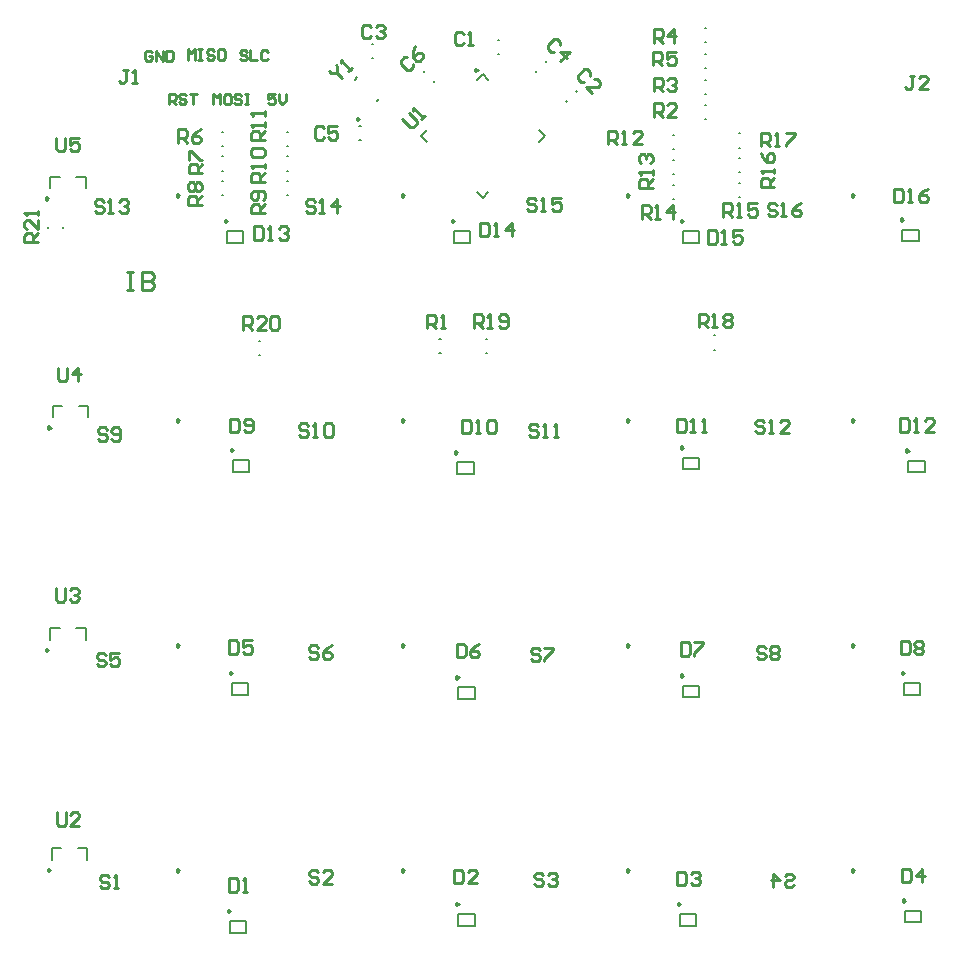
<source format=gto>
G04*
G04 #@! TF.GenerationSoftware,Altium Limited,Altium Designer,20.2.5 (213)*
G04*
G04 Layer_Color=65535*
%FSLAX25Y25*%
%MOIN*%
G70*
G04*
G04 #@! TF.SameCoordinates,1507EDD1-6C34-405B-B7BF-0C5FC60213AE*
G04*
G04*
G04 #@! TF.FilePolarity,Positive*
G04*
G01*
G75*
%ADD10C,0.01000*%
%ADD11C,0.00984*%
%ADD12C,0.00787*%
D10*
X50630Y124862D02*
X49892Y125288D01*
Y124436D01*
X50630Y124862D01*
X125630D02*
X124892Y125288D01*
Y124436D01*
X125630Y124862D01*
X-24370D02*
X-25108Y125288D01*
Y124436D01*
X-24370Y124862D01*
X-99370D02*
X-100108Y125288D01*
Y124436D01*
X-99370Y124862D01*
X125630Y49862D02*
X124892Y50288D01*
Y49436D01*
X125630Y49862D01*
X50630D02*
X49892Y50288D01*
Y49436D01*
X50630Y49862D01*
X-24370D02*
X-25108Y50288D01*
Y49436D01*
X-24370Y49862D01*
X-99370D02*
X-100108Y50288D01*
Y49436D01*
X-99370Y49862D01*
X125630Y-25138D02*
X124892Y-24712D01*
Y-25564D01*
X125630Y-25138D01*
X50630D02*
X49892Y-24712D01*
Y-25564D01*
X50630Y-25138D01*
X-24370D02*
X-25108Y-24712D01*
Y-25564D01*
X-24370Y-25138D01*
X-99370D02*
X-100108Y-24712D01*
Y-25564D01*
X-99370Y-25138D01*
X125630Y-100138D02*
X124892Y-99712D01*
Y-100564D01*
X125630Y-100138D01*
X50630D02*
X49892Y-99712D01*
Y-100564D01*
X50630Y-100138D01*
X-24370D02*
X-25108Y-99712D01*
Y-100564D01*
X-24370Y-100138D01*
X-99370D02*
X-100108Y-99712D01*
Y-100564D01*
X-99370Y-100138D01*
X-4626Y178567D02*
X-5376Y179316D01*
X-6875D01*
X-7625Y178567D01*
Y175567D01*
X-6875Y174818D01*
X-5376D01*
X-4626Y175567D01*
X-3127Y174818D02*
X-1627D01*
X-2377D01*
Y179316D01*
X-3127Y178567D01*
X43589Y141944D02*
Y146442D01*
X45839D01*
X46589Y145692D01*
Y144193D01*
X45839Y143443D01*
X43589D01*
X45089D02*
X46589Y141944D01*
X48088D02*
X49588D01*
X48838D01*
Y146442D01*
X48088Y145692D01*
X54836Y141944D02*
X51837D01*
X54836Y144943D01*
Y145692D01*
X54086Y146442D01*
X52587D01*
X51837Y145692D01*
X-116717Y99124D02*
X-114717D01*
X-115717D01*
Y93126D01*
X-116717D01*
X-114717D01*
X-111718Y99124D02*
Y93126D01*
X-108719D01*
X-107719Y94126D01*
Y95125D01*
X-108719Y96125D01*
X-111718D01*
X-108719D01*
X-107719Y97125D01*
Y98124D01*
X-108719Y99124D01*
X-111718D01*
X-67435Y158633D02*
X-69768D01*
Y156883D01*
X-68601Y157466D01*
X-68018D01*
X-67435Y156883D01*
Y155717D01*
X-68018Y155134D01*
X-69185D01*
X-69768Y155717D01*
X-66269Y158633D02*
Y156300D01*
X-65102Y155134D01*
X-63936Y156300D01*
Y158633D01*
X-76884Y172715D02*
X-77467Y173298D01*
X-78633D01*
X-79216Y172715D01*
Y172132D01*
X-78633Y171549D01*
X-77467D01*
X-76884Y170966D01*
Y170382D01*
X-77467Y169799D01*
X-78633D01*
X-79216Y170382D01*
X-75718Y173298D02*
Y169799D01*
X-73385D01*
X-69886Y172715D02*
X-70469Y173298D01*
X-71636D01*
X-72219Y172715D01*
Y170382D01*
X-71636Y169799D01*
X-70469D01*
X-69886Y170382D01*
X-88075Y155134D02*
Y158633D01*
X-86909Y157466D01*
X-85742Y158633D01*
Y155134D01*
X-82827Y158633D02*
X-83993D01*
X-84576Y158050D01*
Y155717D01*
X-83993Y155134D01*
X-82827D01*
X-82243Y155717D01*
Y158050D01*
X-82827Y158633D01*
X-78745Y158050D02*
X-79328Y158633D01*
X-80494D01*
X-81077Y158050D01*
Y157466D01*
X-80494Y156883D01*
X-79328D01*
X-78745Y156300D01*
Y155717D01*
X-79328Y155134D01*
X-80494D01*
X-81077Y155717D01*
X-77578Y158633D02*
X-76412D01*
X-76995D01*
Y155134D01*
X-77578D01*
X-76412D01*
X-96539Y169996D02*
Y173495D01*
X-95373Y172329D01*
X-94207Y173495D01*
Y169996D01*
X-93041Y173495D02*
X-91874D01*
X-92457D01*
Y169996D01*
X-93041D01*
X-91874D01*
X-87792Y172912D02*
X-88375Y173495D01*
X-89542D01*
X-90125Y172912D01*
Y172329D01*
X-89542Y171746D01*
X-88375D01*
X-87792Y171162D01*
Y170579D01*
X-88375Y169996D01*
X-89542D01*
X-90125Y170579D01*
X-84877Y173495D02*
X-86043D01*
X-86626Y172912D01*
Y170579D01*
X-86043Y169996D01*
X-84877D01*
X-84293Y170579D01*
Y172912D01*
X-84877Y173495D01*
X-108478Y172518D02*
X-109062Y173101D01*
X-110228D01*
X-110811Y172518D01*
Y170185D01*
X-110228Y169602D01*
X-109062D01*
X-108478Y170185D01*
Y171352D01*
X-109645D01*
X-107312Y169602D02*
Y173101D01*
X-104980Y169602D01*
Y173101D01*
X-103813D02*
Y169602D01*
X-102064D01*
X-101481Y170185D01*
Y172518D01*
X-102064Y173101D01*
X-103813D01*
X-102937Y155232D02*
Y158731D01*
X-101188D01*
X-100604Y158148D01*
Y156982D01*
X-101188Y156399D01*
X-102937D01*
X-101771D02*
X-100604Y155232D01*
X-97106Y158148D02*
X-97689Y158731D01*
X-98855D01*
X-99438Y158148D01*
Y157565D01*
X-98855Y156982D01*
X-97689D01*
X-97106Y156399D01*
Y155815D01*
X-97689Y155232D01*
X-98855D01*
X-99438Y155815D01*
X-95939Y158731D02*
X-93607D01*
X-94773D01*
Y155232D01*
X19522Y123350D02*
X18772Y124100D01*
X17272D01*
X16522Y123350D01*
Y122600D01*
X17272Y121850D01*
X18772D01*
X19522Y121101D01*
Y120351D01*
X18772Y119601D01*
X17272D01*
X16522Y120351D01*
X21021Y119601D02*
X22521D01*
X21771D01*
Y124100D01*
X21021Y123350D01*
X27769Y124100D02*
X24770D01*
Y121850D01*
X26269Y122600D01*
X27019D01*
X27769Y121850D01*
Y120351D01*
X27019Y119601D01*
X25520D01*
X24770Y120351D01*
X58653Y168125D02*
Y172623D01*
X60902D01*
X61652Y171873D01*
Y170374D01*
X60902Y169624D01*
X58653D01*
X60152D02*
X61652Y168125D01*
X66150Y172623D02*
X63151D01*
Y170374D01*
X64651Y171124D01*
X65401D01*
X66150Y170374D01*
Y168875D01*
X65401Y168125D01*
X63901D01*
X63151Y168875D01*
X58751Y175704D02*
Y180202D01*
X61001D01*
X61750Y179452D01*
Y177953D01*
X61001Y177203D01*
X58751D01*
X60251D02*
X61750Y175704D01*
X65499D02*
Y180202D01*
X63250Y177953D01*
X66249D01*
X-49380Y166202D02*
X-48850Y165672D01*
X-46730D01*
X-46730Y167793D01*
X-47260Y168323D01*
X-46730Y165672D02*
X-45139Y164082D01*
X-43018Y166202D02*
X-41958Y167262D01*
X-42488Y166732D01*
X-45669Y169913D01*
Y168853D01*
X-140363Y143982D02*
Y140233D01*
X-139613Y139483D01*
X-138114D01*
X-137364Y140233D01*
Y143982D01*
X-132865D02*
X-135864D01*
Y141732D01*
X-134365Y142482D01*
X-133615D01*
X-132865Y141732D01*
Y140233D01*
X-133615Y139483D01*
X-135115D01*
X-135864Y140233D01*
X-139772Y67407D02*
Y63658D01*
X-139023Y62908D01*
X-137523D01*
X-136773Y63658D01*
Y67407D01*
X-133025Y62908D02*
Y67407D01*
X-135274Y65158D01*
X-132275D01*
X-140461Y-6117D02*
Y-9866D01*
X-139712Y-10615D01*
X-138212D01*
X-137462Y-9866D01*
Y-6117D01*
X-135963Y-6867D02*
X-135213Y-6117D01*
X-133714D01*
X-132964Y-6867D01*
Y-7616D01*
X-133714Y-8366D01*
X-134463D01*
X-133714D01*
X-132964Y-9116D01*
Y-9866D01*
X-133714Y-10615D01*
X-135213D01*
X-135963Y-9866D01*
X-140206Y-80822D02*
Y-84570D01*
X-139456Y-85320D01*
X-137957D01*
X-137207Y-84570D01*
Y-80822D01*
X-132708Y-85320D02*
X-135707D01*
X-132708Y-82321D01*
Y-81571D01*
X-133458Y-80822D01*
X-134958D01*
X-135707Y-81571D01*
X-25069Y150257D02*
X-22419Y147606D01*
X-21358D01*
X-20298Y148667D01*
Y149727D01*
X-22949Y152378D01*
X-18708Y150257D02*
X-17647Y151318D01*
X-18177Y150787D01*
X-21358Y153968D01*
Y152908D01*
X99738Y121578D02*
X98988Y122328D01*
X97489D01*
X96739Y121578D01*
Y120828D01*
X97489Y120079D01*
X98988D01*
X99738Y119329D01*
Y118579D01*
X98988Y117830D01*
X97489D01*
X96739Y118579D01*
X101238Y117830D02*
X102737D01*
X101987D01*
Y122328D01*
X101238Y121578D01*
X107985Y122328D02*
X106486Y121578D01*
X104986Y120079D01*
Y118579D01*
X105736Y117830D01*
X107236D01*
X107985Y118579D01*
Y119329D01*
X107236Y120079D01*
X104986D01*
X-54199Y122759D02*
X-54949Y123509D01*
X-56448D01*
X-57198Y122759D01*
Y122010D01*
X-56448Y121260D01*
X-54949D01*
X-54199Y120510D01*
Y119760D01*
X-54949Y119011D01*
X-56448D01*
X-57198Y119760D01*
X-52699Y119011D02*
X-51200D01*
X-51950D01*
Y123509D01*
X-52699Y122759D01*
X-46701Y119011D02*
Y123509D01*
X-48951Y121260D01*
X-45952D01*
X-124671Y122759D02*
X-125421Y123509D01*
X-126921D01*
X-127670Y122759D01*
Y122010D01*
X-126921Y121260D01*
X-125421D01*
X-124671Y120510D01*
Y119760D01*
X-125421Y119011D01*
X-126921D01*
X-127670Y119760D01*
X-123172Y119011D02*
X-121672D01*
X-122422D01*
Y123509D01*
X-123172Y122759D01*
X-119423D02*
X-118673Y123509D01*
X-117174D01*
X-116424Y122759D01*
Y122010D01*
X-117174Y121260D01*
X-117924D01*
X-117174D01*
X-116424Y120510D01*
Y119760D01*
X-117174Y119011D01*
X-118673D01*
X-119423Y119760D01*
X95604Y49334D02*
X94854Y50084D01*
X93355D01*
X92605Y49334D01*
Y48584D01*
X93355Y47835D01*
X94854D01*
X95604Y47085D01*
Y46335D01*
X94854Y45585D01*
X93355D01*
X92605Y46335D01*
X97104Y45585D02*
X98603D01*
X97853D01*
Y50084D01*
X97104Y49334D01*
X103851Y45585D02*
X100853D01*
X103851Y48584D01*
Y49334D01*
X103102Y50084D01*
X101602D01*
X100853Y49334D01*
X20173Y47956D02*
X19423Y48706D01*
X17924D01*
X17174Y47956D01*
Y47207D01*
X17924Y46457D01*
X19423D01*
X20173Y45707D01*
Y44957D01*
X19423Y44207D01*
X17924D01*
X17174Y44957D01*
X21672Y44207D02*
X23172D01*
X22422D01*
Y48706D01*
X21672Y47956D01*
X25421Y44207D02*
X26921D01*
X26171D01*
Y48706D01*
X25421Y47956D01*
X-56463Y48055D02*
X-57213Y48804D01*
X-58712D01*
X-59462Y48055D01*
Y47305D01*
X-58712Y46555D01*
X-57213D01*
X-56463Y45805D01*
Y45056D01*
X-57213Y44306D01*
X-58712D01*
X-59462Y45056D01*
X-54963Y44306D02*
X-53464D01*
X-54214D01*
Y48804D01*
X-54963Y48055D01*
X-51214D02*
X-50465Y48804D01*
X-48965D01*
X-48215Y48055D01*
Y45056D01*
X-48965Y44306D01*
X-50465D01*
X-51214Y45056D01*
Y48055D01*
X-123584Y46775D02*
X-124334Y47525D01*
X-125834D01*
X-126583Y46775D01*
Y46025D01*
X-125834Y45276D01*
X-124334D01*
X-123584Y44526D01*
Y43776D01*
X-124334Y43026D01*
X-125834D01*
X-126583Y43776D01*
X-122085D02*
X-121335Y43026D01*
X-119836D01*
X-119086Y43776D01*
Y46775D01*
X-119836Y47525D01*
X-121335D01*
X-122085Y46775D01*
Y46025D01*
X-121335Y45276D01*
X-119086D01*
X96002Y-26059D02*
X95253Y-25310D01*
X93753D01*
X93003Y-26059D01*
Y-26809D01*
X93753Y-27559D01*
X95253D01*
X96002Y-28309D01*
Y-29059D01*
X95253Y-29808D01*
X93753D01*
X93003Y-29059D01*
X97502Y-26059D02*
X98251Y-25310D01*
X99751D01*
X100501Y-26059D01*
Y-26809D01*
X99751Y-27559D01*
X100501Y-28309D01*
Y-29059D01*
X99751Y-29808D01*
X98251D01*
X97502Y-29059D01*
Y-28309D01*
X98251Y-27559D01*
X97502Y-26809D01*
Y-26059D01*
X98251Y-27559D02*
X99751D01*
X20805Y-26650D02*
X20056Y-25900D01*
X18556D01*
X17806Y-26650D01*
Y-27400D01*
X18556Y-28150D01*
X20056D01*
X20805Y-28899D01*
Y-29649D01*
X20056Y-30399D01*
X18556D01*
X17806Y-29649D01*
X22305Y-25900D02*
X25304D01*
Y-26650D01*
X22305Y-29649D01*
Y-30399D01*
X-53112Y-25961D02*
X-53862Y-25211D01*
X-55361D01*
X-56111Y-25961D01*
Y-26711D01*
X-55361Y-27461D01*
X-53862D01*
X-53112Y-28210D01*
Y-28960D01*
X-53862Y-29710D01*
X-55361D01*
X-56111Y-28960D01*
X-48613Y-25211D02*
X-50113Y-25961D01*
X-51612Y-27461D01*
Y-28960D01*
X-50863Y-29710D01*
X-49363D01*
X-48613Y-28960D01*
Y-28210D01*
X-49363Y-27461D01*
X-51612D01*
X-123978Y-28422D02*
X-124728Y-27672D01*
X-126227D01*
X-126977Y-28422D01*
Y-29171D01*
X-126227Y-29921D01*
X-124728D01*
X-123978Y-30671D01*
Y-31421D01*
X-124728Y-32171D01*
X-126227D01*
X-126977Y-31421D01*
X-119480Y-27672D02*
X-122479D01*
Y-29921D01*
X-120979Y-29171D01*
X-120229D01*
X-119480Y-29921D01*
Y-31421D01*
X-120229Y-32171D01*
X-121729D01*
X-122479Y-31421D01*
X102325Y-102044D02*
X103074Y-101294D01*
X104574D01*
X105324Y-102044D01*
Y-102794D01*
X104574Y-103543D01*
X103074D01*
X102325Y-104293D01*
Y-105043D01*
X103074Y-105793D01*
X104574D01*
X105324Y-105043D01*
X98576Y-105793D02*
Y-101294D01*
X100825Y-103543D01*
X97826D01*
X21986Y-101650D02*
X21237Y-100900D01*
X19737D01*
X18987Y-101650D01*
Y-102400D01*
X19737Y-103150D01*
X21237D01*
X21986Y-103899D01*
Y-104649D01*
X21237Y-105399D01*
X19737D01*
X18987Y-104649D01*
X23486Y-101650D02*
X24236Y-100900D01*
X25735D01*
X26485Y-101650D01*
Y-102400D01*
X25735Y-103150D01*
X24985D01*
X25735D01*
X26485Y-103899D01*
Y-104649D01*
X25735Y-105399D01*
X24236D01*
X23486Y-104649D01*
X-53013Y-100863D02*
X-53763Y-100113D01*
X-55263D01*
X-56013Y-100863D01*
Y-101612D01*
X-55263Y-102362D01*
X-53763D01*
X-53013Y-103112D01*
Y-103862D01*
X-53763Y-104612D01*
X-55263D01*
X-56013Y-103862D01*
X-48515Y-104612D02*
X-51514D01*
X-48515Y-101612D01*
Y-100863D01*
X-49265Y-100113D01*
X-50764D01*
X-51514Y-100863D01*
X-122835Y-102437D02*
X-123584Y-101688D01*
X-125084D01*
X-125834Y-102437D01*
Y-103187D01*
X-125084Y-103937D01*
X-123584D01*
X-122835Y-104687D01*
Y-105437D01*
X-123584Y-106186D01*
X-125084D01*
X-125834Y-105437D01*
X-121335Y-106186D02*
X-119836D01*
X-120585D01*
Y-101688D01*
X-121335Y-102437D01*
X-146570Y109122D02*
X-151068D01*
Y111371D01*
X-150318Y112121D01*
X-148819D01*
X-148069Y111371D01*
Y109122D01*
Y110621D02*
X-146570Y112121D01*
Y116619D02*
Y113620D01*
X-149569Y116619D01*
X-150318D01*
X-151068Y115870D01*
Y114370D01*
X-150318Y113620D01*
X-146570Y118119D02*
Y119618D01*
Y118869D01*
X-151068D01*
X-150318Y118119D01*
X-78144Y80034D02*
Y84533D01*
X-75894D01*
X-75145Y83783D01*
Y82284D01*
X-75894Y81534D01*
X-78144D01*
X-76644D02*
X-75145Y80034D01*
X-70646D02*
X-73645D01*
X-70646Y83033D01*
Y83783D01*
X-71396Y84533D01*
X-72895D01*
X-73645Y83783D01*
X-69147D02*
X-68397Y84533D01*
X-66897D01*
X-66148Y83783D01*
Y80784D01*
X-66897Y80034D01*
X-68397D01*
X-69147Y80784D01*
Y83783D01*
X-1194Y80625D02*
Y85123D01*
X1055D01*
X1805Y84373D01*
Y82874D01*
X1055Y82124D01*
X-1194D01*
X305D02*
X1805Y80625D01*
X3305D02*
X4804D01*
X4054D01*
Y85123D01*
X3305Y84373D01*
X7053Y81375D02*
X7803Y80625D01*
X9303D01*
X10052Y81375D01*
Y84373D01*
X9303Y85123D01*
X7803D01*
X7053Y84373D01*
Y83624D01*
X7803Y82874D01*
X10052D01*
X73707Y80920D02*
Y85419D01*
X75957D01*
X76707Y84669D01*
Y83169D01*
X75957Y82420D01*
X73707D01*
X75207D02*
X76707Y80920D01*
X78206D02*
X79706D01*
X78956D01*
Y85419D01*
X78206Y84669D01*
X81955D02*
X82705Y85419D01*
X84204D01*
X84954Y84669D01*
Y83919D01*
X84204Y83169D01*
X84954Y82420D01*
Y81670D01*
X84204Y80920D01*
X82705D01*
X81955Y81670D01*
Y82420D01*
X82705Y83169D01*
X81955Y83919D01*
Y84669D01*
X82705Y83169D02*
X84204D01*
X94574Y141255D02*
Y145753D01*
X96823D01*
X97573Y145003D01*
Y143504D01*
X96823Y142754D01*
X94574D01*
X96073D02*
X97573Y141255D01*
X99072D02*
X100572D01*
X99822D01*
Y145753D01*
X99072Y145003D01*
X102821Y145753D02*
X105820D01*
Y145003D01*
X102821Y142004D01*
Y141255D01*
X98903Y127645D02*
X94404D01*
Y129894D01*
X95154Y130644D01*
X96653D01*
X97403Y129894D01*
Y127645D01*
Y129144D02*
X98903Y130644D01*
Y132143D02*
Y133643D01*
Y132893D01*
X94404D01*
X95154Y132143D01*
X94404Y138891D02*
X95154Y137391D01*
X96653Y135892D01*
X98153D01*
X98903Y136642D01*
Y138141D01*
X98153Y138891D01*
X97403D01*
X96653Y138141D01*
Y135892D01*
X81975Y117731D02*
Y122230D01*
X84224D01*
X84974Y121480D01*
Y119980D01*
X84224Y119231D01*
X81975D01*
X83475D02*
X84974Y117731D01*
X86474D02*
X87973D01*
X87224D01*
Y122230D01*
X86474Y121480D01*
X93222Y122230D02*
X90223D01*
Y119980D01*
X91722Y120730D01*
X92472D01*
X93222Y119980D01*
Y118481D01*
X92472Y117731D01*
X90972D01*
X90223Y118481D01*
X54712Y117042D02*
Y121541D01*
X56961D01*
X57710Y120791D01*
Y119291D01*
X56961Y118542D01*
X54712D01*
X56211D02*
X57710Y117042D01*
X59210D02*
X60710D01*
X59960D01*
Y121541D01*
X59210Y120791D01*
X65208Y117042D02*
Y121541D01*
X62959Y119291D01*
X65958D01*
X58352Y127251D02*
X53853D01*
Y129500D01*
X54603Y130250D01*
X56102D01*
X56852Y129500D01*
Y127251D01*
Y128750D02*
X58352Y130250D01*
Y131749D02*
Y133249D01*
Y132499D01*
X53853D01*
X54603Y131749D01*
Y135498D02*
X53853Y136248D01*
Y137747D01*
X54603Y138497D01*
X55353D01*
X56102Y137747D01*
Y136998D01*
Y137747D01*
X56852Y138497D01*
X57602D01*
X58352Y137747D01*
Y136248D01*
X57602Y135498D01*
X-70979Y143158D02*
X-75478D01*
Y145407D01*
X-74728Y146157D01*
X-73228D01*
X-72479Y145407D01*
Y143158D01*
Y144658D02*
X-70979Y146157D01*
Y147657D02*
Y149156D01*
Y148406D01*
X-75478D01*
X-74728Y147657D01*
X-70979Y151405D02*
Y152905D01*
Y152155D01*
X-75478D01*
X-74728Y151405D01*
X-70979Y129318D02*
X-75478D01*
Y131567D01*
X-74728Y132317D01*
X-73228D01*
X-72479Y131567D01*
Y129318D01*
Y130817D02*
X-70979Y132317D01*
Y133816D02*
Y135316D01*
Y134566D01*
X-75478D01*
X-74728Y133816D01*
Y137565D02*
X-75478Y138315D01*
Y139814D01*
X-74728Y140564D01*
X-71729D01*
X-70979Y139814D01*
Y138315D01*
X-71729Y137565D01*
X-74728D01*
X-70881Y118791D02*
X-75379D01*
Y121040D01*
X-74629Y121790D01*
X-73130D01*
X-72380Y121040D01*
Y118791D01*
Y120290D02*
X-70881Y121790D01*
X-71630Y123289D02*
X-70881Y124039D01*
Y125538D01*
X-71630Y126288D01*
X-74629D01*
X-75379Y125538D01*
Y124039D01*
X-74629Y123289D01*
X-73880D01*
X-73130Y124039D01*
Y126288D01*
X-91944Y121645D02*
X-96442D01*
Y123894D01*
X-95692Y124644D01*
X-94193D01*
X-93443Y123894D01*
Y121645D01*
Y123144D02*
X-91944Y124644D01*
X-95692Y126144D02*
X-96442Y126893D01*
Y128393D01*
X-95692Y129142D01*
X-94943D01*
X-94193Y128393D01*
X-93443Y129142D01*
X-92693D01*
X-91944Y128393D01*
Y126893D01*
X-92693Y126144D01*
X-93443D01*
X-94193Y126893D01*
X-94943Y126144D01*
X-95692D01*
X-94193Y126893D02*
Y128393D01*
X-91747Y132275D02*
X-96245D01*
Y134524D01*
X-95496Y135274D01*
X-93996D01*
X-93246Y134524D01*
Y132275D01*
Y133774D02*
X-91747Y135274D01*
X-96245Y136773D02*
Y139772D01*
X-95496D01*
X-92497Y136773D01*
X-91747D01*
X-99812Y142337D02*
Y146836D01*
X-97562D01*
X-96813Y146086D01*
Y144587D01*
X-97562Y143837D01*
X-99812D01*
X-98312D02*
X-96813Y142337D01*
X-92314Y146836D02*
X-93814Y146086D01*
X-95313Y144587D01*
Y143087D01*
X-94564Y142337D01*
X-93064D01*
X-92314Y143087D01*
Y143837D01*
X-93064Y144587D01*
X-95313D01*
X58751Y159463D02*
Y163962D01*
X61001D01*
X61750Y163212D01*
Y161713D01*
X61001Y160963D01*
X58751D01*
X60251D02*
X61750Y159463D01*
X63250Y163212D02*
X63999Y163962D01*
X65499D01*
X66249Y163212D01*
Y162462D01*
X65499Y161713D01*
X64749D01*
X65499D01*
X66249Y160963D01*
Y160213D01*
X65499Y159463D01*
X63999D01*
X63250Y160213D01*
X58751Y151097D02*
Y155596D01*
X61001D01*
X61750Y154846D01*
Y153347D01*
X61001Y152597D01*
X58751D01*
X60251D02*
X61750Y151097D01*
X66249D02*
X63250D01*
X66249Y154096D01*
Y154846D01*
X65499Y155596D01*
X63999D01*
X63250Y154846D01*
X-16779Y80526D02*
Y85025D01*
X-14529D01*
X-13780Y84275D01*
Y82776D01*
X-14529Y82026D01*
X-16779D01*
X-15279D02*
X-13780Y80526D01*
X-12280D02*
X-10780D01*
X-11530D01*
Y85025D01*
X-12280Y84275D01*
X138865Y127052D02*
Y122554D01*
X141114D01*
X141864Y123304D01*
Y126303D01*
X141114Y127052D01*
X138865D01*
X143364Y122554D02*
X144863D01*
X144113D01*
Y127052D01*
X143364Y126303D01*
X150111Y127052D02*
X148612Y126303D01*
X147112Y124803D01*
Y123304D01*
X147862Y122554D01*
X149362D01*
X150111Y123304D01*
Y124053D01*
X149362Y124803D01*
X147112D01*
X76759Y113273D02*
Y108774D01*
X79008D01*
X79758Y109524D01*
Y112523D01*
X79008Y113273D01*
X76759D01*
X81257Y108774D02*
X82757D01*
X82007D01*
Y113273D01*
X81257Y112523D01*
X88005Y113273D02*
X85006D01*
Y111024D01*
X86506Y111773D01*
X87255D01*
X88005Y111024D01*
Y109524D01*
X87255Y108774D01*
X85756D01*
X85006Y109524D01*
X873Y115635D02*
Y111137D01*
X3122D01*
X3872Y111886D01*
Y114885D01*
X3122Y115635D01*
X873D01*
X5371Y111137D02*
X6871D01*
X6121D01*
Y115635D01*
X5371Y114885D01*
X11370Y111137D02*
Y115635D01*
X9120Y113386D01*
X12119D01*
X-74397Y114489D02*
Y109990D01*
X-72148D01*
X-71399Y110740D01*
Y113739D01*
X-72148Y114489D01*
X-74397D01*
X-69899Y109990D02*
X-68400D01*
X-69149D01*
Y114489D01*
X-69899Y113739D01*
X-66150D02*
X-65400Y114489D01*
X-63901D01*
X-63151Y113739D01*
Y112989D01*
X-63901Y112239D01*
X-64651D01*
X-63901D01*
X-63151Y111490D01*
Y110740D01*
X-63901Y109990D01*
X-65400D01*
X-66150Y110740D01*
X140932Y50478D02*
Y45979D01*
X143181D01*
X143931Y46729D01*
Y49728D01*
X143181Y50478D01*
X140932D01*
X145431Y45979D02*
X146930D01*
X146180D01*
Y50478D01*
X145431Y49728D01*
X152178Y45979D02*
X149179D01*
X152178Y48978D01*
Y49728D01*
X151429Y50478D01*
X149929D01*
X149179Y49728D01*
X66485Y50379D02*
Y45881D01*
X68734D01*
X69484Y46630D01*
Y49629D01*
X68734Y50379D01*
X66485D01*
X70983Y45881D02*
X72483D01*
X71733D01*
Y50379D01*
X70983Y49629D01*
X74732Y45881D02*
X76232D01*
X75482D01*
Y50379D01*
X74732Y49629D01*
X-5171Y50108D02*
Y45610D01*
X-2922D01*
X-2172Y46359D01*
Y49358D01*
X-2922Y50108D01*
X-5171D01*
X-673Y45610D02*
X827D01*
X77D01*
Y50108D01*
X-673Y49358D01*
X3076D02*
X3826Y50108D01*
X5325D01*
X6075Y49358D01*
Y46359D01*
X5325Y45610D01*
X3826D01*
X3076Y46359D01*
Y49358D01*
X-82489Y50379D02*
Y45881D01*
X-80240D01*
X-79490Y46630D01*
Y49629D01*
X-80240Y50379D01*
X-82489D01*
X-77990Y46630D02*
X-77241Y45881D01*
X-75741D01*
X-74991Y46630D01*
Y49629D01*
X-75741Y50379D01*
X-77241D01*
X-77990Y49629D01*
Y48880D01*
X-77241Y48130D01*
X-74991D01*
X141133Y-23637D02*
Y-28135D01*
X143382D01*
X144132Y-27385D01*
Y-24386D01*
X143382Y-23637D01*
X141133D01*
X145632Y-24386D02*
X146381Y-23637D01*
X147881D01*
X148631Y-24386D01*
Y-25136D01*
X147881Y-25886D01*
X148631Y-26636D01*
Y-27385D01*
X147881Y-28135D01*
X146381D01*
X145632Y-27385D01*
Y-26636D01*
X146381Y-25886D01*
X145632Y-25136D01*
Y-24386D01*
X146381Y-25886D02*
X147881D01*
X67806Y-24129D02*
Y-28627D01*
X70056D01*
X70805Y-27878D01*
Y-24878D01*
X70056Y-24129D01*
X67806D01*
X72305D02*
X75304D01*
Y-24878D01*
X72305Y-27878D01*
Y-28627D01*
X-6997Y-24719D02*
Y-29218D01*
X-4747D01*
X-3998Y-28468D01*
Y-25469D01*
X-4747Y-24719D01*
X-6997D01*
X501D02*
X-999Y-25469D01*
X-2498Y-26969D01*
Y-28468D01*
X-1749Y-29218D01*
X-249D01*
X501Y-28468D01*
Y-27718D01*
X-249Y-26969D01*
X-2498D01*
X-82686Y-23538D02*
Y-28037D01*
X-80436D01*
X-79687Y-27287D01*
Y-24288D01*
X-80436Y-23538D01*
X-82686D01*
X-75188D02*
X-78187D01*
Y-25787D01*
X-76688Y-25038D01*
X-75938D01*
X-75188Y-25787D01*
Y-27287D01*
X-75938Y-28037D01*
X-77438D01*
X-78187Y-27287D01*
X141527Y-99719D02*
Y-104218D01*
X143776D01*
X144526Y-103468D01*
Y-100469D01*
X143776Y-99719D01*
X141527D01*
X148275Y-104218D02*
Y-99719D01*
X146025Y-101969D01*
X149024D01*
X66625Y-100605D02*
Y-105104D01*
X68875D01*
X69624Y-104354D01*
Y-101355D01*
X68875Y-100605D01*
X66625D01*
X71124Y-101355D02*
X71873Y-100605D01*
X73373D01*
X74123Y-101355D01*
Y-102105D01*
X73373Y-102854D01*
X72623D01*
X73373D01*
X74123Y-103604D01*
Y-104354D01*
X73373Y-105104D01*
X71873D01*
X71124Y-104354D01*
X-7686Y-100014D02*
Y-104513D01*
X-5437D01*
X-4687Y-103763D01*
Y-100764D01*
X-5437Y-100014D01*
X-7686D01*
X-188Y-104513D02*
X-3187D01*
X-188Y-101514D01*
Y-100764D01*
X-938Y-100014D01*
X-2437D01*
X-3187Y-100764D01*
X-82822Y-102770D02*
Y-107269D01*
X-80573D01*
X-79823Y-106519D01*
Y-103520D01*
X-80573Y-102770D01*
X-82822D01*
X-78323Y-107269D02*
X-76824D01*
X-77574D01*
Y-102770D01*
X-78323Y-103520D01*
X-23539Y170806D02*
X-24600D01*
X-25660Y169746D01*
Y168685D01*
X-23539Y166565D01*
X-22479D01*
X-21419Y167625D01*
Y168685D01*
X-20888Y174517D02*
X-21419Y172926D01*
Y170806D01*
X-20358Y169746D01*
X-19298D01*
X-18238Y170806D01*
Y171866D01*
X-18768Y172396D01*
X-19828Y172396D01*
X-21419Y170806D01*
X-51242Y147169D02*
X-51992Y147919D01*
X-53491D01*
X-54241Y147169D01*
Y144170D01*
X-53491Y143420D01*
X-51992D01*
X-51242Y144170D01*
X-46743Y147919D02*
X-49742D01*
Y145669D01*
X-48243Y146419D01*
X-47493D01*
X-46743Y145669D01*
Y144170D01*
X-47493Y143420D01*
X-48993D01*
X-49742Y144170D01*
X27597Y174819D02*
Y175879D01*
X26537Y176939D01*
X25477D01*
X23356Y174819D01*
Y173758D01*
X24416Y172698D01*
X25477D01*
X27597Y169517D02*
X30778Y172698D01*
X27597Y172698D01*
X29718Y170578D01*
X-35494Y181027D02*
X-36244Y181777D01*
X-37743D01*
X-38493Y181027D01*
Y178028D01*
X-37743Y177278D01*
X-36244D01*
X-35494Y178028D01*
X-33994Y181027D02*
X-33245Y181777D01*
X-31745D01*
X-30995Y181027D01*
Y180277D01*
X-31745Y179528D01*
X-32495D01*
X-31745D01*
X-30995Y178778D01*
Y178028D01*
X-31745Y177278D01*
X-33245D01*
X-33994Y178028D01*
X145510Y164749D02*
X144011D01*
X144760D01*
Y161001D01*
X144011Y160251D01*
X143261D01*
X142511Y161001D01*
X150009Y160251D02*
X147010D01*
X150009Y163250D01*
Y163999D01*
X149259Y164749D01*
X147759D01*
X147010Y163999D01*
X37637Y164779D02*
Y165840D01*
X36576Y166900D01*
X35516D01*
X33395Y164779D01*
Y163719D01*
X34455Y162659D01*
X35516D01*
X38167Y158948D02*
X36046Y161068D01*
X40287D01*
X40817Y161599D01*
Y162659D01*
X39757Y163719D01*
X38697D01*
X-116535Y166718D02*
X-118035D01*
X-117285D01*
Y162969D01*
X-118035Y162219D01*
X-118785D01*
X-119535Y162969D01*
X-115036Y162219D02*
X-113536D01*
X-114286D01*
Y166718D01*
X-115036Y165968D01*
D11*
X4Y166603D02*
X-734Y167030D01*
Y166177D01*
X4Y166603D01*
X141732Y116732D02*
X140994Y117158D01*
Y116306D01*
X141732Y116732D01*
X68504Y116339D02*
X67766Y116765D01*
Y115912D01*
X68504Y116339D01*
X-7874D02*
X-8612Y116765D01*
Y115912D01*
X-7874Y116339D01*
X-83465D02*
X-84203Y116765D01*
Y115912D01*
X-83465Y116339D01*
X143701Y39764D02*
X142963Y40190D01*
Y39338D01*
X143701Y39764D01*
X68504Y40748D02*
X67766Y41174D01*
Y40322D01*
X68504Y40748D01*
X-6693Y39173D02*
X-7431Y39599D01*
Y38747D01*
X-6693Y39173D01*
X-81496Y39961D02*
X-82234Y40387D01*
Y39534D01*
X-81496Y39961D01*
X142126Y-34449D02*
X141388Y-34023D01*
Y-34875D01*
X142126Y-34449D01*
X68504Y-35236D02*
X67766Y-34810D01*
Y-35662D01*
X68504Y-35236D01*
X-6299Y-35827D02*
X-7037Y-35401D01*
Y-36253D01*
X-6299Y-35827D01*
X-81890Y-34449D02*
X-82628Y-34023D01*
Y-34875D01*
X-81890Y-34449D01*
X142520Y-110236D02*
X141781Y-109810D01*
Y-110662D01*
X142520Y-110236D01*
X67520Y-111417D02*
X66782Y-110991D01*
Y-111844D01*
X67520Y-111417D01*
X-6299D02*
X-7037Y-110991D01*
Y-111844D01*
X-6299Y-111417D01*
X-82480Y-113779D02*
X-83218Y-113353D01*
Y-114206D01*
X-82480Y-113779D01*
X-142323Y47441D02*
X-143061Y47867D01*
Y47015D01*
X-142323Y47441D01*
X-39451Y150284D02*
X-40189Y150710D01*
Y149858D01*
X-39451Y150284D01*
X-142520Y-100000D02*
X-143258Y-99574D01*
Y-100426D01*
X-142520Y-100000D01*
X-143110Y123819D02*
X-143848Y124245D01*
Y123393D01*
X-143110Y123819D01*
X-143110Y-26772D02*
X-143848Y-26346D01*
Y-27198D01*
X-143110Y-26772D01*
D12*
X6791Y176772D02*
X7185D01*
X6791Y172047D02*
X7185D01*
X-140Y163332D02*
X1739Y165211D01*
X3618Y163332D01*
X20460Y146490D02*
X22340Y144611D01*
X20460Y142731D02*
X22340Y144611D01*
X1739Y124010D02*
X3618Y125889D01*
X-140D02*
X1739Y124010D01*
X-18862Y144611D02*
X-16983Y146490D01*
X-18862Y144611D02*
X-16983Y142731D01*
X147146Y109449D02*
Y113386D01*
X141634Y109449D02*
Y113386D01*
X147146D01*
X141634Y109449D02*
X147146D01*
X73917Y109055D02*
Y112992D01*
X68405Y109055D02*
Y112992D01*
X73917D01*
X68405Y109055D02*
X73917D01*
X-2461D02*
Y112992D01*
X-7972Y109055D02*
Y112992D01*
X-2461D01*
X-7972Y109055D02*
X-2461D01*
X-78051D02*
Y112992D01*
X-83563Y109055D02*
Y112992D01*
X-78051D01*
X-83563Y109055D02*
X-78051D01*
X149114Y32480D02*
Y36417D01*
X143602Y32480D02*
Y36417D01*
X149114D01*
X143602Y32480D02*
X149114D01*
X73917Y33465D02*
Y37402D01*
X68405Y33465D02*
Y37402D01*
X73917D01*
X68405Y33465D02*
X73917D01*
X-1280Y31890D02*
Y35827D01*
X-6791Y31890D02*
Y35827D01*
X-1280D01*
X-6791Y31890D02*
X-1280D01*
X-76083Y32677D02*
Y36614D01*
X-81595Y32677D02*
Y36614D01*
X-76083D01*
X-81595Y32677D02*
X-76083D01*
X147539Y-41732D02*
Y-37795D01*
X142028Y-41732D02*
Y-37795D01*
X147539D01*
X142028Y-41732D02*
X147539D01*
X73917Y-42520D02*
Y-38583D01*
X68405Y-42520D02*
Y-38583D01*
X73917D01*
X68405Y-42520D02*
X73917D01*
X-886Y-43110D02*
Y-39173D01*
X-6398Y-43110D02*
Y-39173D01*
X-886D01*
X-6398Y-43110D02*
X-886D01*
X-76476Y-41732D02*
Y-37795D01*
X-81988Y-41732D02*
Y-37795D01*
X-76476D01*
X-81988Y-41732D02*
X-76476D01*
X147933Y-117520D02*
Y-113583D01*
X142421Y-117520D02*
Y-113583D01*
X147933D01*
X142421Y-117520D02*
X147933D01*
X72933Y-118701D02*
Y-114764D01*
X67421Y-118701D02*
Y-114764D01*
X72933D01*
X67421Y-118701D02*
X72933D01*
X-886D02*
Y-114764D01*
X-6398Y-118701D02*
Y-114764D01*
X-886D01*
X-6398Y-118701D02*
X-886D01*
X-77067Y-121063D02*
Y-117126D01*
X-82579Y-121063D02*
Y-117126D01*
X-77067D01*
X-82579Y-121063D02*
X-77067D01*
X32732Y159684D02*
X33010Y159405D01*
X29391Y156343D02*
X29670Y156064D01*
X22693Y169723D02*
X22971Y169445D01*
X19352Y166382D02*
X19630Y166104D01*
X-85335Y146063D02*
X-84941Y146063D01*
X-85335Y141339D02*
X-84941Y141339D01*
X-129823Y50787D02*
Y54724D01*
X-132972D02*
X-129823D01*
X-141634Y54724D02*
X-138484Y54724D01*
X-141634Y50787D02*
Y54724D01*
X-33610Y156200D02*
X-32774Y157035D01*
X-40848Y163438D02*
X-40012Y164273D01*
X87106Y137205D02*
X87500Y137205D01*
X87106Y132480D02*
X87500Y132480D01*
X87106Y140748D02*
X87500Y140748D01*
X87106Y145472D02*
X87500Y145473D01*
X87106Y128937D02*
X87500Y128937D01*
X87106Y124213D02*
X87500Y124213D01*
X78839Y78150D02*
X79232D01*
X78839Y73425D02*
X79232D01*
X75886Y180610D02*
X76279D01*
X75886Y175886D02*
X76279D01*
X75886Y172047D02*
X76279D01*
X75886Y167323D02*
X76279D01*
X75886Y163321D02*
X76279D01*
X75886Y158597D02*
X76279D01*
X75886Y155053D02*
X76279D01*
X75886Y150329D02*
X76279Y150329D01*
X65256Y144882D02*
X65650Y144882D01*
X65256Y140157D02*
X65650Y140157D01*
X65256Y136614D02*
X65650D01*
X65256Y131890D02*
X65650D01*
X65256Y128346D02*
X65650Y128347D01*
X65256Y123622D02*
X65650Y123622D01*
X2657Y76968D02*
X3051D01*
X2657Y72244D02*
X3051Y72244D01*
X-12697Y76968D02*
X-12303D01*
X-12697Y72244D02*
X-12303D01*
X-14512Y162560D02*
X-14234Y162839D01*
X-17853Y165901D02*
X-17574Y166180D01*
X-35335Y175394D02*
X-34941D01*
X-35335Y170669D02*
X-34941D01*
X-39370Y148031D02*
X-38976D01*
X-39370Y143307D02*
X-38976Y143307D01*
X-63484Y146063D02*
X-63090D01*
X-63484Y141339D02*
X-63090D01*
X-63484Y137795D02*
X-63090Y137795D01*
X-63484Y133071D02*
X-63090Y133071D01*
X-63484Y129528D02*
X-63090D01*
X-63484Y124803D02*
X-63090D01*
X-72933Y76378D02*
X-72539D01*
X-72933Y71654D02*
X-72539Y71653D01*
X-85335Y137795D02*
X-84941Y137795D01*
X-85335Y133071D02*
X-84941Y133071D01*
X-85335Y129527D02*
X-84941D01*
X-85335Y124803D02*
X-84941D01*
X-130020Y-92716D02*
X-130020Y-96653D01*
X-133169Y-92716D02*
X-130020D01*
X-141831Y-92716D02*
X-138681Y-92716D01*
X-141831Y-96653D02*
Y-92716D01*
X-138287Y113976D02*
Y114370D01*
X-143012Y113976D02*
Y114370D01*
X-130610Y131102D02*
X-130610Y127165D01*
X-133760Y131102D02*
X-130610Y131102D01*
X-142421Y131102D02*
X-139272D01*
X-142421Y127165D02*
X-142421Y131102D01*
X-130610Y-19488D02*
X-130610Y-23425D01*
X-133760Y-19488D02*
X-130610D01*
X-142421Y-19488D02*
X-139272Y-19488D01*
X-142421Y-23425D02*
Y-19488D01*
M02*

</source>
